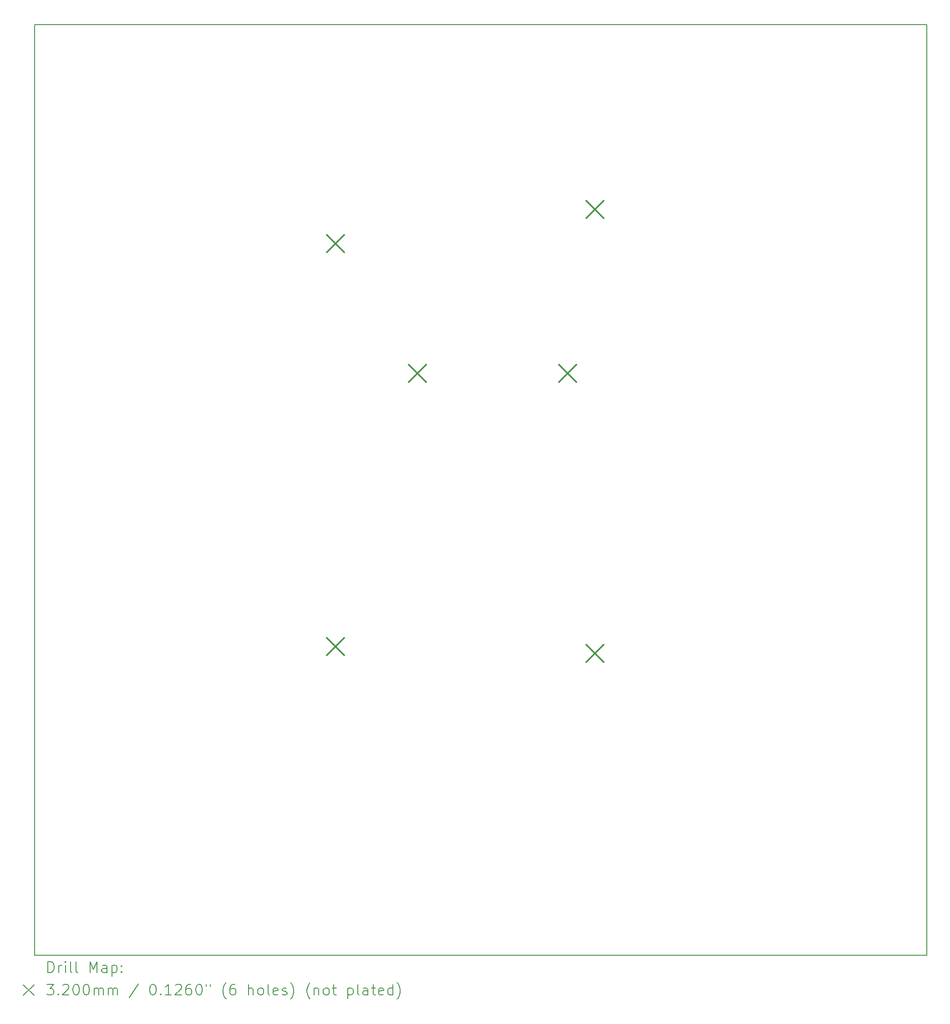
<source format=gbr>
%TF.GenerationSoftware,KiCad,Pcbnew,9.0.3*%
%TF.CreationDate,2025-08-21T13:11:43+03:00*%
%TF.ProjectId,Solar Cooling Project,536f6c61-7220-4436-9f6f-6c696e672050,rev?*%
%TF.SameCoordinates,Original*%
%TF.FileFunction,Drillmap*%
%TF.FilePolarity,Positive*%
%FSLAX45Y45*%
G04 Gerber Fmt 4.5, Leading zero omitted, Abs format (unit mm)*
G04 Created by KiCad (PCBNEW 9.0.3) date 2025-08-21 13:11:43*
%MOMM*%
%LPD*%
G01*
G04 APERTURE LIST*
%ADD10C,0.200000*%
%ADD11C,0.320000*%
G04 APERTURE END LIST*
D10*
X1700000Y-18750000D02*
X1700000Y-1450000D01*
X1950000Y-18750000D02*
X1700000Y-18750000D01*
X18300000Y-18750000D02*
X1950000Y-18750000D01*
X1700000Y-1450000D02*
X18300000Y-1450000D01*
X18300000Y-1450000D02*
X18300000Y-18750000D01*
D11*
X7140000Y-5360600D02*
X7460000Y-5680600D01*
X7460000Y-5360600D02*
X7140000Y-5680600D01*
X7140000Y-12853600D02*
X7460000Y-13173600D01*
X7460000Y-12853600D02*
X7140000Y-13173600D01*
X8664000Y-7773600D02*
X8984000Y-8093600D01*
X8984000Y-7773600D02*
X8664000Y-8093600D01*
X11458000Y-7773600D02*
X11778000Y-8093600D01*
X11778000Y-7773600D02*
X11458000Y-8093600D01*
X11966000Y-4725600D02*
X12286000Y-5045600D01*
X12286000Y-4725600D02*
X11966000Y-5045600D01*
X11966000Y-12980600D02*
X12286000Y-13300600D01*
X12286000Y-12980600D02*
X11966000Y-13300600D01*
D10*
X1950777Y-19071484D02*
X1950777Y-18871484D01*
X1950777Y-18871484D02*
X1998396Y-18871484D01*
X1998396Y-18871484D02*
X2026967Y-18881008D01*
X2026967Y-18881008D02*
X2046015Y-18900055D01*
X2046015Y-18900055D02*
X2055539Y-18919103D01*
X2055539Y-18919103D02*
X2065062Y-18957198D01*
X2065062Y-18957198D02*
X2065062Y-18985770D01*
X2065062Y-18985770D02*
X2055539Y-19023865D01*
X2055539Y-19023865D02*
X2046015Y-19042912D01*
X2046015Y-19042912D02*
X2026967Y-19061960D01*
X2026967Y-19061960D02*
X1998396Y-19071484D01*
X1998396Y-19071484D02*
X1950777Y-19071484D01*
X2150777Y-19071484D02*
X2150777Y-18938150D01*
X2150777Y-18976246D02*
X2160301Y-18957198D01*
X2160301Y-18957198D02*
X2169824Y-18947674D01*
X2169824Y-18947674D02*
X2188872Y-18938150D01*
X2188872Y-18938150D02*
X2207920Y-18938150D01*
X2274586Y-19071484D02*
X2274586Y-18938150D01*
X2274586Y-18871484D02*
X2265063Y-18881008D01*
X2265063Y-18881008D02*
X2274586Y-18890531D01*
X2274586Y-18890531D02*
X2284110Y-18881008D01*
X2284110Y-18881008D02*
X2274586Y-18871484D01*
X2274586Y-18871484D02*
X2274586Y-18890531D01*
X2398396Y-19071484D02*
X2379348Y-19061960D01*
X2379348Y-19061960D02*
X2369824Y-19042912D01*
X2369824Y-19042912D02*
X2369824Y-18871484D01*
X2503158Y-19071484D02*
X2484110Y-19061960D01*
X2484110Y-19061960D02*
X2474586Y-19042912D01*
X2474586Y-19042912D02*
X2474586Y-18871484D01*
X2731729Y-19071484D02*
X2731729Y-18871484D01*
X2731729Y-18871484D02*
X2798396Y-19014341D01*
X2798396Y-19014341D02*
X2865062Y-18871484D01*
X2865062Y-18871484D02*
X2865062Y-19071484D01*
X3046015Y-19071484D02*
X3046015Y-18966722D01*
X3046015Y-18966722D02*
X3036491Y-18947674D01*
X3036491Y-18947674D02*
X3017443Y-18938150D01*
X3017443Y-18938150D02*
X2979348Y-18938150D01*
X2979348Y-18938150D02*
X2960301Y-18947674D01*
X3046015Y-19061960D02*
X3026967Y-19071484D01*
X3026967Y-19071484D02*
X2979348Y-19071484D01*
X2979348Y-19071484D02*
X2960301Y-19061960D01*
X2960301Y-19061960D02*
X2950777Y-19042912D01*
X2950777Y-19042912D02*
X2950777Y-19023865D01*
X2950777Y-19023865D02*
X2960301Y-19004817D01*
X2960301Y-19004817D02*
X2979348Y-18995293D01*
X2979348Y-18995293D02*
X3026967Y-18995293D01*
X3026967Y-18995293D02*
X3046015Y-18985770D01*
X3141253Y-18938150D02*
X3141253Y-19138150D01*
X3141253Y-18947674D02*
X3160301Y-18938150D01*
X3160301Y-18938150D02*
X3198396Y-18938150D01*
X3198396Y-18938150D02*
X3217443Y-18947674D01*
X3217443Y-18947674D02*
X3226967Y-18957198D01*
X3226967Y-18957198D02*
X3236491Y-18976246D01*
X3236491Y-18976246D02*
X3236491Y-19033389D01*
X3236491Y-19033389D02*
X3226967Y-19052436D01*
X3226967Y-19052436D02*
X3217443Y-19061960D01*
X3217443Y-19061960D02*
X3198396Y-19071484D01*
X3198396Y-19071484D02*
X3160301Y-19071484D01*
X3160301Y-19071484D02*
X3141253Y-19061960D01*
X3322205Y-19052436D02*
X3331729Y-19061960D01*
X3331729Y-19061960D02*
X3322205Y-19071484D01*
X3322205Y-19071484D02*
X3312682Y-19061960D01*
X3312682Y-19061960D02*
X3322205Y-19052436D01*
X3322205Y-19052436D02*
X3322205Y-19071484D01*
X3322205Y-18947674D02*
X3331729Y-18957198D01*
X3331729Y-18957198D02*
X3322205Y-18966722D01*
X3322205Y-18966722D02*
X3312682Y-18957198D01*
X3312682Y-18957198D02*
X3322205Y-18947674D01*
X3322205Y-18947674D02*
X3322205Y-18966722D01*
X1490000Y-19300000D02*
X1690000Y-19500000D01*
X1690000Y-19300000D02*
X1490000Y-19500000D01*
X1931729Y-19291484D02*
X2055539Y-19291484D01*
X2055539Y-19291484D02*
X1988872Y-19367674D01*
X1988872Y-19367674D02*
X2017443Y-19367674D01*
X2017443Y-19367674D02*
X2036491Y-19377198D01*
X2036491Y-19377198D02*
X2046015Y-19386722D01*
X2046015Y-19386722D02*
X2055539Y-19405770D01*
X2055539Y-19405770D02*
X2055539Y-19453389D01*
X2055539Y-19453389D02*
X2046015Y-19472436D01*
X2046015Y-19472436D02*
X2036491Y-19481960D01*
X2036491Y-19481960D02*
X2017443Y-19491484D01*
X2017443Y-19491484D02*
X1960301Y-19491484D01*
X1960301Y-19491484D02*
X1941253Y-19481960D01*
X1941253Y-19481960D02*
X1931729Y-19472436D01*
X2141253Y-19472436D02*
X2150777Y-19481960D01*
X2150777Y-19481960D02*
X2141253Y-19491484D01*
X2141253Y-19491484D02*
X2131729Y-19481960D01*
X2131729Y-19481960D02*
X2141253Y-19472436D01*
X2141253Y-19472436D02*
X2141253Y-19491484D01*
X2226967Y-19310531D02*
X2236491Y-19301008D01*
X2236491Y-19301008D02*
X2255539Y-19291484D01*
X2255539Y-19291484D02*
X2303158Y-19291484D01*
X2303158Y-19291484D02*
X2322205Y-19301008D01*
X2322205Y-19301008D02*
X2331729Y-19310531D01*
X2331729Y-19310531D02*
X2341253Y-19329579D01*
X2341253Y-19329579D02*
X2341253Y-19348627D01*
X2341253Y-19348627D02*
X2331729Y-19377198D01*
X2331729Y-19377198D02*
X2217444Y-19491484D01*
X2217444Y-19491484D02*
X2341253Y-19491484D01*
X2465063Y-19291484D02*
X2484110Y-19291484D01*
X2484110Y-19291484D02*
X2503158Y-19301008D01*
X2503158Y-19301008D02*
X2512682Y-19310531D01*
X2512682Y-19310531D02*
X2522205Y-19329579D01*
X2522205Y-19329579D02*
X2531729Y-19367674D01*
X2531729Y-19367674D02*
X2531729Y-19415293D01*
X2531729Y-19415293D02*
X2522205Y-19453389D01*
X2522205Y-19453389D02*
X2512682Y-19472436D01*
X2512682Y-19472436D02*
X2503158Y-19481960D01*
X2503158Y-19481960D02*
X2484110Y-19491484D01*
X2484110Y-19491484D02*
X2465063Y-19491484D01*
X2465063Y-19491484D02*
X2446015Y-19481960D01*
X2446015Y-19481960D02*
X2436491Y-19472436D01*
X2436491Y-19472436D02*
X2426967Y-19453389D01*
X2426967Y-19453389D02*
X2417444Y-19415293D01*
X2417444Y-19415293D02*
X2417444Y-19367674D01*
X2417444Y-19367674D02*
X2426967Y-19329579D01*
X2426967Y-19329579D02*
X2436491Y-19310531D01*
X2436491Y-19310531D02*
X2446015Y-19301008D01*
X2446015Y-19301008D02*
X2465063Y-19291484D01*
X2655539Y-19291484D02*
X2674586Y-19291484D01*
X2674586Y-19291484D02*
X2693634Y-19301008D01*
X2693634Y-19301008D02*
X2703158Y-19310531D01*
X2703158Y-19310531D02*
X2712682Y-19329579D01*
X2712682Y-19329579D02*
X2722205Y-19367674D01*
X2722205Y-19367674D02*
X2722205Y-19415293D01*
X2722205Y-19415293D02*
X2712682Y-19453389D01*
X2712682Y-19453389D02*
X2703158Y-19472436D01*
X2703158Y-19472436D02*
X2693634Y-19481960D01*
X2693634Y-19481960D02*
X2674586Y-19491484D01*
X2674586Y-19491484D02*
X2655539Y-19491484D01*
X2655539Y-19491484D02*
X2636491Y-19481960D01*
X2636491Y-19481960D02*
X2626967Y-19472436D01*
X2626967Y-19472436D02*
X2617444Y-19453389D01*
X2617444Y-19453389D02*
X2607920Y-19415293D01*
X2607920Y-19415293D02*
X2607920Y-19367674D01*
X2607920Y-19367674D02*
X2617444Y-19329579D01*
X2617444Y-19329579D02*
X2626967Y-19310531D01*
X2626967Y-19310531D02*
X2636491Y-19301008D01*
X2636491Y-19301008D02*
X2655539Y-19291484D01*
X2807920Y-19491484D02*
X2807920Y-19358150D01*
X2807920Y-19377198D02*
X2817443Y-19367674D01*
X2817443Y-19367674D02*
X2836491Y-19358150D01*
X2836491Y-19358150D02*
X2865063Y-19358150D01*
X2865063Y-19358150D02*
X2884110Y-19367674D01*
X2884110Y-19367674D02*
X2893634Y-19386722D01*
X2893634Y-19386722D02*
X2893634Y-19491484D01*
X2893634Y-19386722D02*
X2903158Y-19367674D01*
X2903158Y-19367674D02*
X2922205Y-19358150D01*
X2922205Y-19358150D02*
X2950777Y-19358150D01*
X2950777Y-19358150D02*
X2969824Y-19367674D01*
X2969824Y-19367674D02*
X2979348Y-19386722D01*
X2979348Y-19386722D02*
X2979348Y-19491484D01*
X3074586Y-19491484D02*
X3074586Y-19358150D01*
X3074586Y-19377198D02*
X3084110Y-19367674D01*
X3084110Y-19367674D02*
X3103158Y-19358150D01*
X3103158Y-19358150D02*
X3131729Y-19358150D01*
X3131729Y-19358150D02*
X3150777Y-19367674D01*
X3150777Y-19367674D02*
X3160301Y-19386722D01*
X3160301Y-19386722D02*
X3160301Y-19491484D01*
X3160301Y-19386722D02*
X3169824Y-19367674D01*
X3169824Y-19367674D02*
X3188872Y-19358150D01*
X3188872Y-19358150D02*
X3217443Y-19358150D01*
X3217443Y-19358150D02*
X3236491Y-19367674D01*
X3236491Y-19367674D02*
X3246015Y-19386722D01*
X3246015Y-19386722D02*
X3246015Y-19491484D01*
X3636491Y-19281960D02*
X3465063Y-19539103D01*
X3893634Y-19291484D02*
X3912682Y-19291484D01*
X3912682Y-19291484D02*
X3931729Y-19301008D01*
X3931729Y-19301008D02*
X3941253Y-19310531D01*
X3941253Y-19310531D02*
X3950777Y-19329579D01*
X3950777Y-19329579D02*
X3960301Y-19367674D01*
X3960301Y-19367674D02*
X3960301Y-19415293D01*
X3960301Y-19415293D02*
X3950777Y-19453389D01*
X3950777Y-19453389D02*
X3941253Y-19472436D01*
X3941253Y-19472436D02*
X3931729Y-19481960D01*
X3931729Y-19481960D02*
X3912682Y-19491484D01*
X3912682Y-19491484D02*
X3893634Y-19491484D01*
X3893634Y-19491484D02*
X3874586Y-19481960D01*
X3874586Y-19481960D02*
X3865063Y-19472436D01*
X3865063Y-19472436D02*
X3855539Y-19453389D01*
X3855539Y-19453389D02*
X3846015Y-19415293D01*
X3846015Y-19415293D02*
X3846015Y-19367674D01*
X3846015Y-19367674D02*
X3855539Y-19329579D01*
X3855539Y-19329579D02*
X3865063Y-19310531D01*
X3865063Y-19310531D02*
X3874586Y-19301008D01*
X3874586Y-19301008D02*
X3893634Y-19291484D01*
X4046015Y-19472436D02*
X4055539Y-19481960D01*
X4055539Y-19481960D02*
X4046015Y-19491484D01*
X4046015Y-19491484D02*
X4036491Y-19481960D01*
X4036491Y-19481960D02*
X4046015Y-19472436D01*
X4046015Y-19472436D02*
X4046015Y-19491484D01*
X4246015Y-19491484D02*
X4131729Y-19491484D01*
X4188872Y-19491484D02*
X4188872Y-19291484D01*
X4188872Y-19291484D02*
X4169825Y-19320055D01*
X4169825Y-19320055D02*
X4150777Y-19339103D01*
X4150777Y-19339103D02*
X4131729Y-19348627D01*
X4322206Y-19310531D02*
X4331729Y-19301008D01*
X4331729Y-19301008D02*
X4350777Y-19291484D01*
X4350777Y-19291484D02*
X4398396Y-19291484D01*
X4398396Y-19291484D02*
X4417444Y-19301008D01*
X4417444Y-19301008D02*
X4426968Y-19310531D01*
X4426968Y-19310531D02*
X4436491Y-19329579D01*
X4436491Y-19329579D02*
X4436491Y-19348627D01*
X4436491Y-19348627D02*
X4426968Y-19377198D01*
X4426968Y-19377198D02*
X4312682Y-19491484D01*
X4312682Y-19491484D02*
X4436491Y-19491484D01*
X4607920Y-19291484D02*
X4569825Y-19291484D01*
X4569825Y-19291484D02*
X4550777Y-19301008D01*
X4550777Y-19301008D02*
X4541253Y-19310531D01*
X4541253Y-19310531D02*
X4522206Y-19339103D01*
X4522206Y-19339103D02*
X4512682Y-19377198D01*
X4512682Y-19377198D02*
X4512682Y-19453389D01*
X4512682Y-19453389D02*
X4522206Y-19472436D01*
X4522206Y-19472436D02*
X4531729Y-19481960D01*
X4531729Y-19481960D02*
X4550777Y-19491484D01*
X4550777Y-19491484D02*
X4588872Y-19491484D01*
X4588872Y-19491484D02*
X4607920Y-19481960D01*
X4607920Y-19481960D02*
X4617444Y-19472436D01*
X4617444Y-19472436D02*
X4626968Y-19453389D01*
X4626968Y-19453389D02*
X4626968Y-19405770D01*
X4626968Y-19405770D02*
X4617444Y-19386722D01*
X4617444Y-19386722D02*
X4607920Y-19377198D01*
X4607920Y-19377198D02*
X4588872Y-19367674D01*
X4588872Y-19367674D02*
X4550777Y-19367674D01*
X4550777Y-19367674D02*
X4531729Y-19377198D01*
X4531729Y-19377198D02*
X4522206Y-19386722D01*
X4522206Y-19386722D02*
X4512682Y-19405770D01*
X4750777Y-19291484D02*
X4769825Y-19291484D01*
X4769825Y-19291484D02*
X4788872Y-19301008D01*
X4788872Y-19301008D02*
X4798396Y-19310531D01*
X4798396Y-19310531D02*
X4807920Y-19329579D01*
X4807920Y-19329579D02*
X4817444Y-19367674D01*
X4817444Y-19367674D02*
X4817444Y-19415293D01*
X4817444Y-19415293D02*
X4807920Y-19453389D01*
X4807920Y-19453389D02*
X4798396Y-19472436D01*
X4798396Y-19472436D02*
X4788872Y-19481960D01*
X4788872Y-19481960D02*
X4769825Y-19491484D01*
X4769825Y-19491484D02*
X4750777Y-19491484D01*
X4750777Y-19491484D02*
X4731729Y-19481960D01*
X4731729Y-19481960D02*
X4722206Y-19472436D01*
X4722206Y-19472436D02*
X4712682Y-19453389D01*
X4712682Y-19453389D02*
X4703158Y-19415293D01*
X4703158Y-19415293D02*
X4703158Y-19367674D01*
X4703158Y-19367674D02*
X4712682Y-19329579D01*
X4712682Y-19329579D02*
X4722206Y-19310531D01*
X4722206Y-19310531D02*
X4731729Y-19301008D01*
X4731729Y-19301008D02*
X4750777Y-19291484D01*
X4893634Y-19291484D02*
X4893634Y-19329579D01*
X4969825Y-19291484D02*
X4969825Y-19329579D01*
X5265063Y-19567674D02*
X5255539Y-19558150D01*
X5255539Y-19558150D02*
X5236491Y-19529579D01*
X5236491Y-19529579D02*
X5226968Y-19510531D01*
X5226968Y-19510531D02*
X5217444Y-19481960D01*
X5217444Y-19481960D02*
X5207920Y-19434341D01*
X5207920Y-19434341D02*
X5207920Y-19396246D01*
X5207920Y-19396246D02*
X5217444Y-19348627D01*
X5217444Y-19348627D02*
X5226968Y-19320055D01*
X5226968Y-19320055D02*
X5236491Y-19301008D01*
X5236491Y-19301008D02*
X5255539Y-19272436D01*
X5255539Y-19272436D02*
X5265063Y-19262912D01*
X5426968Y-19291484D02*
X5388872Y-19291484D01*
X5388872Y-19291484D02*
X5369825Y-19301008D01*
X5369825Y-19301008D02*
X5360301Y-19310531D01*
X5360301Y-19310531D02*
X5341253Y-19339103D01*
X5341253Y-19339103D02*
X5331730Y-19377198D01*
X5331730Y-19377198D02*
X5331730Y-19453389D01*
X5331730Y-19453389D02*
X5341253Y-19472436D01*
X5341253Y-19472436D02*
X5350777Y-19481960D01*
X5350777Y-19481960D02*
X5369825Y-19491484D01*
X5369825Y-19491484D02*
X5407920Y-19491484D01*
X5407920Y-19491484D02*
X5426968Y-19481960D01*
X5426968Y-19481960D02*
X5436491Y-19472436D01*
X5436491Y-19472436D02*
X5446015Y-19453389D01*
X5446015Y-19453389D02*
X5446015Y-19405770D01*
X5446015Y-19405770D02*
X5436491Y-19386722D01*
X5436491Y-19386722D02*
X5426968Y-19377198D01*
X5426968Y-19377198D02*
X5407920Y-19367674D01*
X5407920Y-19367674D02*
X5369825Y-19367674D01*
X5369825Y-19367674D02*
X5350777Y-19377198D01*
X5350777Y-19377198D02*
X5341253Y-19386722D01*
X5341253Y-19386722D02*
X5331730Y-19405770D01*
X5684110Y-19491484D02*
X5684110Y-19291484D01*
X5769825Y-19491484D02*
X5769825Y-19386722D01*
X5769825Y-19386722D02*
X5760301Y-19367674D01*
X5760301Y-19367674D02*
X5741253Y-19358150D01*
X5741253Y-19358150D02*
X5712682Y-19358150D01*
X5712682Y-19358150D02*
X5693634Y-19367674D01*
X5693634Y-19367674D02*
X5684110Y-19377198D01*
X5893634Y-19491484D02*
X5874587Y-19481960D01*
X5874587Y-19481960D02*
X5865063Y-19472436D01*
X5865063Y-19472436D02*
X5855539Y-19453389D01*
X5855539Y-19453389D02*
X5855539Y-19396246D01*
X5855539Y-19396246D02*
X5865063Y-19377198D01*
X5865063Y-19377198D02*
X5874587Y-19367674D01*
X5874587Y-19367674D02*
X5893634Y-19358150D01*
X5893634Y-19358150D02*
X5922206Y-19358150D01*
X5922206Y-19358150D02*
X5941253Y-19367674D01*
X5941253Y-19367674D02*
X5950777Y-19377198D01*
X5950777Y-19377198D02*
X5960301Y-19396246D01*
X5960301Y-19396246D02*
X5960301Y-19453389D01*
X5960301Y-19453389D02*
X5950777Y-19472436D01*
X5950777Y-19472436D02*
X5941253Y-19481960D01*
X5941253Y-19481960D02*
X5922206Y-19491484D01*
X5922206Y-19491484D02*
X5893634Y-19491484D01*
X6074587Y-19491484D02*
X6055539Y-19481960D01*
X6055539Y-19481960D02*
X6046015Y-19462912D01*
X6046015Y-19462912D02*
X6046015Y-19291484D01*
X6226968Y-19481960D02*
X6207920Y-19491484D01*
X6207920Y-19491484D02*
X6169825Y-19491484D01*
X6169825Y-19491484D02*
X6150777Y-19481960D01*
X6150777Y-19481960D02*
X6141253Y-19462912D01*
X6141253Y-19462912D02*
X6141253Y-19386722D01*
X6141253Y-19386722D02*
X6150777Y-19367674D01*
X6150777Y-19367674D02*
X6169825Y-19358150D01*
X6169825Y-19358150D02*
X6207920Y-19358150D01*
X6207920Y-19358150D02*
X6226968Y-19367674D01*
X6226968Y-19367674D02*
X6236491Y-19386722D01*
X6236491Y-19386722D02*
X6236491Y-19405770D01*
X6236491Y-19405770D02*
X6141253Y-19424817D01*
X6312682Y-19481960D02*
X6331730Y-19491484D01*
X6331730Y-19491484D02*
X6369825Y-19491484D01*
X6369825Y-19491484D02*
X6388872Y-19481960D01*
X6388872Y-19481960D02*
X6398396Y-19462912D01*
X6398396Y-19462912D02*
X6398396Y-19453389D01*
X6398396Y-19453389D02*
X6388872Y-19434341D01*
X6388872Y-19434341D02*
X6369825Y-19424817D01*
X6369825Y-19424817D02*
X6341253Y-19424817D01*
X6341253Y-19424817D02*
X6322206Y-19415293D01*
X6322206Y-19415293D02*
X6312682Y-19396246D01*
X6312682Y-19396246D02*
X6312682Y-19386722D01*
X6312682Y-19386722D02*
X6322206Y-19367674D01*
X6322206Y-19367674D02*
X6341253Y-19358150D01*
X6341253Y-19358150D02*
X6369825Y-19358150D01*
X6369825Y-19358150D02*
X6388872Y-19367674D01*
X6465063Y-19567674D02*
X6474587Y-19558150D01*
X6474587Y-19558150D02*
X6493634Y-19529579D01*
X6493634Y-19529579D02*
X6503158Y-19510531D01*
X6503158Y-19510531D02*
X6512682Y-19481960D01*
X6512682Y-19481960D02*
X6522206Y-19434341D01*
X6522206Y-19434341D02*
X6522206Y-19396246D01*
X6522206Y-19396246D02*
X6512682Y-19348627D01*
X6512682Y-19348627D02*
X6503158Y-19320055D01*
X6503158Y-19320055D02*
X6493634Y-19301008D01*
X6493634Y-19301008D02*
X6474587Y-19272436D01*
X6474587Y-19272436D02*
X6465063Y-19262912D01*
X6826968Y-19567674D02*
X6817444Y-19558150D01*
X6817444Y-19558150D02*
X6798396Y-19529579D01*
X6798396Y-19529579D02*
X6788872Y-19510531D01*
X6788872Y-19510531D02*
X6779349Y-19481960D01*
X6779349Y-19481960D02*
X6769825Y-19434341D01*
X6769825Y-19434341D02*
X6769825Y-19396246D01*
X6769825Y-19396246D02*
X6779349Y-19348627D01*
X6779349Y-19348627D02*
X6788872Y-19320055D01*
X6788872Y-19320055D02*
X6798396Y-19301008D01*
X6798396Y-19301008D02*
X6817444Y-19272436D01*
X6817444Y-19272436D02*
X6826968Y-19262912D01*
X6903158Y-19358150D02*
X6903158Y-19491484D01*
X6903158Y-19377198D02*
X6912682Y-19367674D01*
X6912682Y-19367674D02*
X6931730Y-19358150D01*
X6931730Y-19358150D02*
X6960301Y-19358150D01*
X6960301Y-19358150D02*
X6979349Y-19367674D01*
X6979349Y-19367674D02*
X6988872Y-19386722D01*
X6988872Y-19386722D02*
X6988872Y-19491484D01*
X7112682Y-19491484D02*
X7093634Y-19481960D01*
X7093634Y-19481960D02*
X7084111Y-19472436D01*
X7084111Y-19472436D02*
X7074587Y-19453389D01*
X7074587Y-19453389D02*
X7074587Y-19396246D01*
X7074587Y-19396246D02*
X7084111Y-19377198D01*
X7084111Y-19377198D02*
X7093634Y-19367674D01*
X7093634Y-19367674D02*
X7112682Y-19358150D01*
X7112682Y-19358150D02*
X7141253Y-19358150D01*
X7141253Y-19358150D02*
X7160301Y-19367674D01*
X7160301Y-19367674D02*
X7169825Y-19377198D01*
X7169825Y-19377198D02*
X7179349Y-19396246D01*
X7179349Y-19396246D02*
X7179349Y-19453389D01*
X7179349Y-19453389D02*
X7169825Y-19472436D01*
X7169825Y-19472436D02*
X7160301Y-19481960D01*
X7160301Y-19481960D02*
X7141253Y-19491484D01*
X7141253Y-19491484D02*
X7112682Y-19491484D01*
X7236492Y-19358150D02*
X7312682Y-19358150D01*
X7265063Y-19291484D02*
X7265063Y-19462912D01*
X7265063Y-19462912D02*
X7274587Y-19481960D01*
X7274587Y-19481960D02*
X7293634Y-19491484D01*
X7293634Y-19491484D02*
X7312682Y-19491484D01*
X7531730Y-19358150D02*
X7531730Y-19558150D01*
X7531730Y-19367674D02*
X7550777Y-19358150D01*
X7550777Y-19358150D02*
X7588873Y-19358150D01*
X7588873Y-19358150D02*
X7607920Y-19367674D01*
X7607920Y-19367674D02*
X7617444Y-19377198D01*
X7617444Y-19377198D02*
X7626968Y-19396246D01*
X7626968Y-19396246D02*
X7626968Y-19453389D01*
X7626968Y-19453389D02*
X7617444Y-19472436D01*
X7617444Y-19472436D02*
X7607920Y-19481960D01*
X7607920Y-19481960D02*
X7588873Y-19491484D01*
X7588873Y-19491484D02*
X7550777Y-19491484D01*
X7550777Y-19491484D02*
X7531730Y-19481960D01*
X7741253Y-19491484D02*
X7722206Y-19481960D01*
X7722206Y-19481960D02*
X7712682Y-19462912D01*
X7712682Y-19462912D02*
X7712682Y-19291484D01*
X7903158Y-19491484D02*
X7903158Y-19386722D01*
X7903158Y-19386722D02*
X7893634Y-19367674D01*
X7893634Y-19367674D02*
X7874587Y-19358150D01*
X7874587Y-19358150D02*
X7836492Y-19358150D01*
X7836492Y-19358150D02*
X7817444Y-19367674D01*
X7903158Y-19481960D02*
X7884111Y-19491484D01*
X7884111Y-19491484D02*
X7836492Y-19491484D01*
X7836492Y-19491484D02*
X7817444Y-19481960D01*
X7817444Y-19481960D02*
X7807920Y-19462912D01*
X7807920Y-19462912D02*
X7807920Y-19443865D01*
X7807920Y-19443865D02*
X7817444Y-19424817D01*
X7817444Y-19424817D02*
X7836492Y-19415293D01*
X7836492Y-19415293D02*
X7884111Y-19415293D01*
X7884111Y-19415293D02*
X7903158Y-19405770D01*
X7969825Y-19358150D02*
X8046015Y-19358150D01*
X7998396Y-19291484D02*
X7998396Y-19462912D01*
X7998396Y-19462912D02*
X8007920Y-19481960D01*
X8007920Y-19481960D02*
X8026968Y-19491484D01*
X8026968Y-19491484D02*
X8046015Y-19491484D01*
X8188873Y-19481960D02*
X8169825Y-19491484D01*
X8169825Y-19491484D02*
X8131730Y-19491484D01*
X8131730Y-19491484D02*
X8112682Y-19481960D01*
X8112682Y-19481960D02*
X8103158Y-19462912D01*
X8103158Y-19462912D02*
X8103158Y-19386722D01*
X8103158Y-19386722D02*
X8112682Y-19367674D01*
X8112682Y-19367674D02*
X8131730Y-19358150D01*
X8131730Y-19358150D02*
X8169825Y-19358150D01*
X8169825Y-19358150D02*
X8188873Y-19367674D01*
X8188873Y-19367674D02*
X8198396Y-19386722D01*
X8198396Y-19386722D02*
X8198396Y-19405770D01*
X8198396Y-19405770D02*
X8103158Y-19424817D01*
X8369825Y-19491484D02*
X8369825Y-19291484D01*
X8369825Y-19481960D02*
X8350777Y-19491484D01*
X8350777Y-19491484D02*
X8312682Y-19491484D01*
X8312682Y-19491484D02*
X8293634Y-19481960D01*
X8293634Y-19481960D02*
X8284111Y-19472436D01*
X8284111Y-19472436D02*
X8274587Y-19453389D01*
X8274587Y-19453389D02*
X8274587Y-19396246D01*
X8274587Y-19396246D02*
X8284111Y-19377198D01*
X8284111Y-19377198D02*
X8293634Y-19367674D01*
X8293634Y-19367674D02*
X8312682Y-19358150D01*
X8312682Y-19358150D02*
X8350777Y-19358150D01*
X8350777Y-19358150D02*
X8369825Y-19367674D01*
X8446016Y-19567674D02*
X8455539Y-19558150D01*
X8455539Y-19558150D02*
X8474587Y-19529579D01*
X8474587Y-19529579D02*
X8484111Y-19510531D01*
X8484111Y-19510531D02*
X8493635Y-19481960D01*
X8493635Y-19481960D02*
X8503158Y-19434341D01*
X8503158Y-19434341D02*
X8503158Y-19396246D01*
X8503158Y-19396246D02*
X8493635Y-19348627D01*
X8493635Y-19348627D02*
X8484111Y-19320055D01*
X8484111Y-19320055D02*
X8474587Y-19301008D01*
X8474587Y-19301008D02*
X8455539Y-19272436D01*
X8455539Y-19272436D02*
X8446016Y-19262912D01*
M02*

</source>
